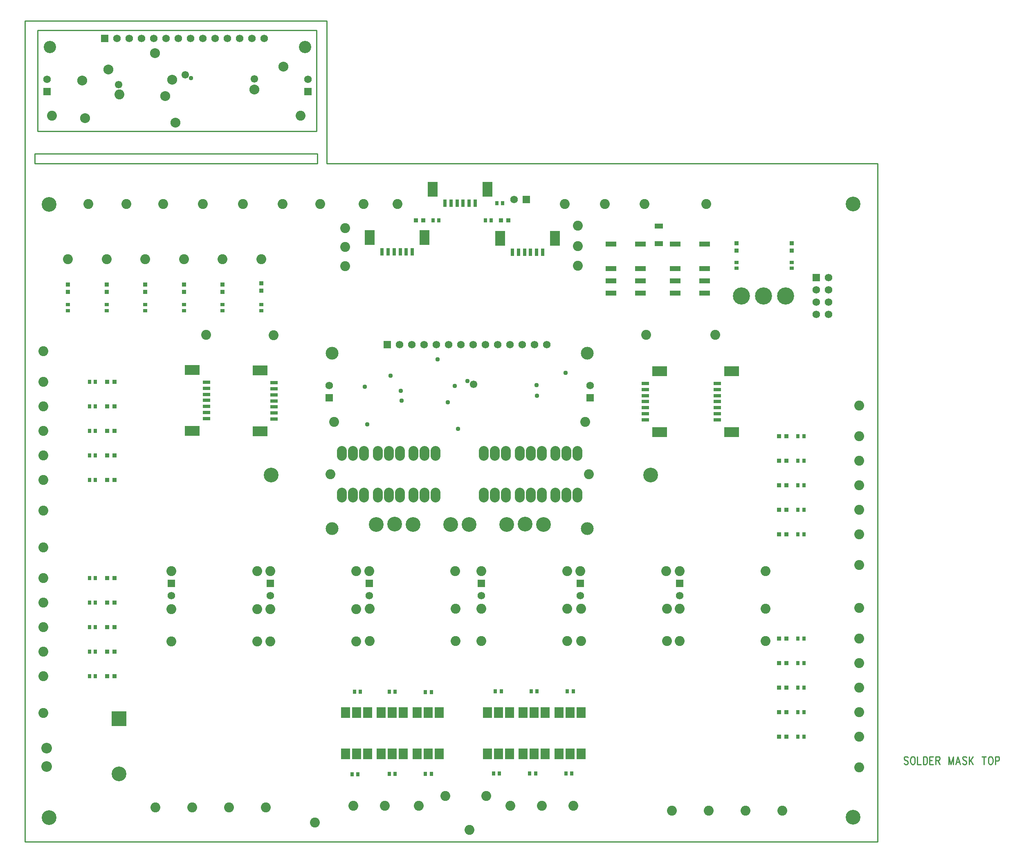
<source format=gbr>
*
*
G04 PADS9.1 Build Number: 392894 generated Gerber (RS-274-X) file*
G04 PC Version=2.1*
*
%IN "2FOC_AdC.pcb"*%
*
%MOMM*%
*
%FSLAX35Y35*%
*
*
*
*
G04 PC Standard Apertures*
*
*
G04 Thermal Relief Aperture macro.*
%AMTER*
1,1,$1,0,0*
1,0,$1-$2,0,0*
21,0,$3,$4,0,0,45*
21,0,$3,$4,0,0,135*
%
*
*
G04 Annular Aperture macro.*
%AMANN*
1,1,$1,0,0*
1,0,$2,0,0*
%
*
*
G04 Odd Aperture macro.*
%AMODD*
1,1,$1,0,0*
1,0,$1-0.005,0,0*
%
*
*
G04 PC Custom Aperture Macros*
*
*
*
*
*
*
G04 PC Aperture Table*
*
%ADD079C,0.0254*%
%ADD081C,2.2098*%
%ADD084C,2.6508*%
%ADD085R,0.6604X0.9398*%
%ADD086R,0.9398X0.6604*%
%ADD088C,3.5508*%
%ADD094R,0.8636X0.8636*%
%ADD097R,1.9558X2.1844*%
%ADD109R,1.6508X0.7508*%
%ADD110R,3.0508X2.1508*%
%ADD111R,0.7508X1.6508*%
%ADD112R,2.1508X3.0508*%
%ADD134C,0.254*%
%ADD177O,2.0508X3.0508*%
%ADD178O,2.0508X2.0508*%
%ADD180C,2.0508*%
%ADD181R,3.0508X3.0508*%
%ADD182C,3.0508*%
%ADD183R,1.5748X1.5748*%
%ADD184C,1.5748*%
%ADD185R,2.2508X1.0508*%
%ADD191C,0.9508*%
%ADD192C,2.5508*%
%ADD193C,1.5508*%
%ADD197R,1.7018X1.0668*%
*
*
*
*
G04 PC Circuitry*
G04 Layer Name 2FOC_AdC.pcb - circuitry*
%LPD*%
*
*
G04 PC Custom Flashes*
G04 Layer Name 2FOC_AdC.pcb - flashes*
%LPD*%
*
*
G04 PC Circuitry*
G04 Layer Name 2FOC_AdC.pcb - circuitry*
%LPD*%
*
G54D79*
G54D81*
G01X950000Y2440500D03*
Y2059500D03*
G54D84*
X6859400Y6986300D03*
X12142600D03*
X6859400Y10618500D03*
X12142600D03*
G54D85*
X1957960Y5961000D03*
X1836040D03*
X1957960Y5453000D03*
X1836040D03*
X1957960Y4945000D03*
X1836040D03*
Y4437000D03*
X1957960D03*
X1836040Y3929000D03*
X1957960D03*
Y10025000D03*
X1836040D03*
X1957960Y9517000D03*
X1836040D03*
X1957960Y9009000D03*
X1836040D03*
Y8501000D03*
X1957960D03*
X1836040Y7993000D03*
X1957960D03*
X16504540Y2674000D03*
X16626460D03*
X16504540Y3182000D03*
X16626460D03*
X16504540Y3690000D03*
X16626460D03*
Y4198000D03*
X16504540D03*
X16626460Y4706000D03*
X16504540D03*
Y6865000D03*
X16626460D03*
X16504540Y7373000D03*
X16626460D03*
X16504540Y7881000D03*
X16626460D03*
Y8389000D03*
X16504540D03*
X16626460Y8897000D03*
X16504540D03*
X10269040Y13730000D03*
X10390960D03*
X10150960Y13370000D03*
X10029040D03*
X8949040D03*
X9070960D03*
X10199040Y1920000D03*
X10320960D03*
X7269040Y1900000D03*
X7390960D03*
X8039040Y1910000D03*
X8160960D03*
X8789040D03*
X8910960D03*
X7319040Y3610000D03*
X7440960D03*
X8039040D03*
X8160960D03*
X8789040Y3600000D03*
X8910960D03*
X10949040Y1920000D03*
X11070960D03*
X11699040D03*
X11820960D03*
X10239040Y3620000D03*
X10360960D03*
X10979040D03*
X11100960D03*
X11729040D03*
X11850960D03*
G54D86*
X1389500Y11625960D03*
Y11504040D03*
X2189500Y11625960D03*
Y11504040D03*
X2989500Y11625960D03*
Y11504040D03*
X3789500Y11625960D03*
Y11504040D03*
X15232000Y12498960D03*
Y12377040D03*
X16375000Y12498960D03*
Y12377040D03*
X4589500Y11625960D03*
Y11504040D03*
X5389500Y11625960D03*
Y11504040D03*
G54D88*
X16248000Y11803000D03*
X15790800D03*
X15333600D03*
G54D94*
X16108300Y6865000D03*
X16260700D03*
X16108300Y2674000D03*
X16260700D03*
X2354200Y5961000D03*
X2201800D03*
X2354200Y10025000D03*
X2201800D03*
X16108300Y7373000D03*
X16260700D03*
X16108300Y7881000D03*
X16260700D03*
X16108300Y8389000D03*
X16260700D03*
X16108300Y8897000D03*
X16260700D03*
X1389500Y12041200D03*
Y11888800D03*
X2189500Y12041200D03*
Y11888800D03*
X2989500Y12041200D03*
Y11888800D03*
X3789500Y12041200D03*
Y11888800D03*
X4589500Y12041200D03*
Y11888800D03*
X8593800Y13370000D03*
X8746200D03*
X10506200D03*
X10353800D03*
X15232000Y12895200D03*
Y12742800D03*
X16375000Y12895200D03*
Y12742800D03*
X2354200Y9517000D03*
X2201800D03*
X2354200Y9009000D03*
X2201800D03*
X2354200Y8501000D03*
X2201800D03*
X2354200Y7993000D03*
X2201800D03*
X16108300Y3690000D03*
X16260700D03*
X16108300Y4706000D03*
X16260700D03*
X16108300Y4198000D03*
X16260700D03*
X16108300Y3182000D03*
X16260700D03*
X2354200Y4945000D03*
X2201800D03*
X2354200Y3929000D03*
X2201800D03*
X2354200Y4437000D03*
X2201800D03*
X2354200Y5453000D03*
X2201800D03*
X5389500Y12069700D03*
Y11917300D03*
G54D97*
X7135400Y2320000D03*
X7364000D03*
X7592600D03*
X10532600Y3180000D03*
X10304000D03*
X10075400D03*
X11272600D03*
X11044000D03*
X10815400D03*
X12012600D03*
X11784000D03*
X11555400D03*
X7875400Y2320000D03*
X8104000D03*
X8332600D03*
X8615400D03*
X8844000D03*
X9072600D03*
X7592600Y3180000D03*
X7364000D03*
X7135400D03*
X8332600D03*
X8104000D03*
X7875400D03*
X9072600D03*
X8844000D03*
X8615400D03*
X10075400Y2320000D03*
X10304000D03*
X10532600D03*
X10815400D03*
X11044000D03*
X11272600D03*
X11555400D03*
X11784000D03*
X12012600D03*
G54D109*
X14837000Y9242500D03*
Y9367500D03*
Y9492500D03*
Y9617500D03*
Y9742500D03*
Y9867500D03*
Y9992500D03*
X13347000Y9242500D03*
Y9367500D03*
Y9492500D03*
Y9617500D03*
Y9742500D03*
Y9867500D03*
Y9992500D03*
X5654000Y10007500D03*
Y9882500D03*
Y9757500D03*
Y9632500D03*
Y9507500D03*
Y9382500D03*
Y9257500D03*
X4254000Y10017500D03*
Y9892500D03*
Y9767500D03*
Y9642500D03*
Y9517500D03*
Y9392500D03*
Y9267500D03*
G54D110*
X15127000Y10247500D03*
Y8987500D03*
X13637000Y10247500D03*
Y8987500D03*
X5364000Y9002500D03*
Y10262500D03*
X3964000Y9012500D03*
Y10272500D03*
G54D111*
X9819000Y13728500D03*
X9694000D03*
X9569000D03*
X9444000D03*
X9319000D03*
X9194000D03*
X8518000Y12722500D03*
X8393000D03*
X8268000D03*
X8143000D03*
X8018000D03*
X7893000D03*
X11216000Y12712500D03*
X11091000D03*
X10966000D03*
X10841000D03*
X10716000D03*
X10591000D03*
G54D112*
X10074000Y14018500D03*
X8939000D03*
X8773000Y13012500D03*
X7638000D03*
X11471000Y13002500D03*
X10336000D03*
G54D134*
X18780818Y2242875D02*
X18769273Y2258750D01*
X18751955Y2266688*
X18751955D02*
X18728864D01*
X18728864D02*
X18711545Y2258750D01*
X18711545D02*
X18700000Y2242875D01*
Y2227000*
X18705773Y2211125*
X18711545Y2203188*
X18711545D02*
X18723091Y2195250D01*
X18757727Y2179375*
X18769273Y2171438*
X18769273D02*
X18775045Y2163500D01*
X18775045D02*
X18780818Y2147625D01*
Y2123813*
X18780818D02*
X18769273Y2107938D01*
X18769273D02*
X18751955Y2100000D01*
X18751955D02*
X18728864D01*
X18711545Y2107938*
X18711545D02*
X18700000Y2123813D01*
X18867409Y2266688D02*
X18855864Y2258750D01*
X18844318Y2242875*
X18838545Y2227000*
X18838545D02*
X18832773Y2203188D01*
X18832773D02*
Y2163500D01*
X18838545Y2139688*
X18838545D02*
X18844318Y2123813D01*
X18844318D02*
X18855864Y2107938D01*
X18855864D02*
X18867409Y2100000D01*
X18890500*
X18902045Y2107938*
X18902045D02*
X18913591Y2123813D01*
X18913591D02*
X18919364Y2139688D01*
X18919364D02*
X18925136Y2163500D01*
Y2203188*
X18925136D02*
X18919364Y2227000D01*
X18913591Y2242875*
X18902045Y2258750*
X18902045D02*
X18890500Y2266688D01*
X18890500D02*
X18867409D01*
X18977091D02*
Y2100000D01*
X19046364*
X19098318Y2266688D02*
Y2100000D01*
Y2266688D02*
X19138727D01*
X19138727D02*
X19156045Y2258750D01*
X19156045D02*
X19167591Y2242875D01*
X19173364Y2227000*
X19179136Y2203188*
X19179136D02*
Y2163500D01*
X19173364Y2139688*
X19173364D02*
X19167591Y2123813D01*
X19167591D02*
X19156045Y2107938D01*
X19156045D02*
X19138727Y2100000D01*
X19098318*
X19231091Y2266688D02*
Y2100000D01*
Y2266688D02*
X19306136D01*
X19231091Y2187313D02*
X19277273D01*
X19231091Y2100000D02*
X19306136D01*
X19358091Y2266688D02*
Y2100000D01*
Y2266688D02*
X19410045D01*
X19410045D02*
X19427364Y2258750D01*
X19433136Y2250813*
X19433136D02*
X19438909Y2234938D01*
X19438909D02*
Y2219063D01*
X19438909D02*
X19433136Y2203188D01*
X19433136D02*
X19427364Y2195250D01*
X19410045Y2187313*
X19410045D02*
X19358091D01*
X19398500D02*
X19438909Y2100000D01*
X19623636Y2266688D02*
Y2100000D01*
Y2266688D02*
X19669818Y2100000D01*
X19716000Y2266688D02*
X19669818Y2100000D01*
X19716000Y2266688D02*
Y2100000D01*
X19814136Y2266688D02*
X19767955Y2100000D01*
X19814136Y2266688D02*
X19860318Y2100000D01*
X19785273Y2155563D02*
X19843000D01*
X19993091Y2242875D02*
X19981545Y2258750D01*
X19981545D02*
X19964227Y2266688D01*
X19964227D02*
X19941136D01*
X19941136D02*
X19923818Y2258750D01*
X19912273Y2242875*
Y2227000*
X19918045Y2211125*
X19918045D02*
X19923818Y2203188D01*
X19923818D02*
X19935364Y2195250D01*
X19970000Y2179375*
X19981545Y2171438*
X19981545D02*
X19987318Y2163500D01*
X19993091Y2147625*
Y2123813*
X19993091D02*
X19981545Y2107938D01*
X19981545D02*
X19964227Y2100000D01*
X19941136*
X19923818Y2107938*
X19923818D02*
X19912273Y2123813D01*
X20045045Y2266688D02*
Y2100000D01*
X20125864Y2266688D02*
X20045045Y2155563D01*
X20073909Y2195250D02*
X20125864Y2100000D01*
X20351000Y2266688D02*
Y2100000D01*
X20310591Y2266688D02*
X20391409D01*
X20478000D02*
X20466455Y2258750D01*
X20466455D02*
X20454909Y2242875D01*
X20449136Y2227000*
X20443364Y2203188*
X20443364D02*
Y2163500D01*
X20449136Y2139688*
X20449136D02*
X20454909Y2123813D01*
X20454909D02*
X20466455Y2107938D01*
X20466455D02*
X20478000Y2100000D01*
X20501091*
X20512636Y2107938*
X20512636D02*
X20524182Y2123813D01*
X20524182D02*
X20529955Y2139688D01*
X20529955D02*
X20535727Y2163500D01*
Y2203188*
X20535727D02*
X20529955Y2227000D01*
X20529955D02*
X20524182Y2242875D01*
X20512636Y2258750*
X20501091Y2266688*
X20501091D02*
X20478000D01*
X20587682D02*
Y2100000D01*
Y2266688D02*
X20639636D01*
X20639636D02*
X20656955Y2258750D01*
X20656955D02*
X20662727Y2250813D01*
X20662727D02*
X20668500Y2234938D01*
X20668500D02*
Y2211125D01*
X20662727Y2195250*
X20656955Y2187313*
X20656955D02*
X20639636Y2179375D01*
X20587682*
X500000Y500000D02*
X18153000D01*
Y14550000*
X6750000*
Y17500000*
X500000*
Y500000*
X760000Y17312300D02*
X6539000D01*
Y15216800*
X760000*
Y17312300*
X6550000Y14550000D02*
X700000D01*
Y14750000*
X6550000*
Y14550000*
G54D177*
X7291000Y7685000D03*
Y8545000D03*
X7519600D03*
X7062400D03*
X8031000D03*
X8259600D03*
X7802400D03*
X8771000D03*
X8999600D03*
X8542400D03*
X10231000Y7685000D03*
X7062400D03*
X10002400D03*
X10459600D03*
X10971000D03*
X10742400D03*
X11199600D03*
X11711000D03*
X11482400D03*
X11939600D03*
X10231000Y8545000D03*
X10459600D03*
X7519600Y7685000D03*
X10002400Y8545000D03*
X10971000D03*
X11199600D03*
X10742400D03*
X11711000D03*
X11939600D03*
X11482400D03*
X8031000Y7685000D03*
X7802400D03*
X8260500D03*
X8771000D03*
X8542400D03*
X8999600D03*
G54D178*
X5250000Y16083400D03*
X3407000Y15944400D03*
X5850000Y16554400D03*
X3615000Y15394400D03*
X2225000Y16494400D03*
X1685000Y16264400D03*
X3550000Y16284400D03*
X1740000Y15492000D03*
X3195000Y16834400D03*
G54D180*
X4589500Y12565000D03*
X1389500D03*
X2989500D03*
X2189500D03*
X3789500D03*
X8208500Y13708000D03*
X7508500D03*
X9700000Y750000D03*
X1808500Y13708000D03*
X6608500D03*
X14608500D03*
X6500000Y900000D03*
X9200000Y1450000D03*
X10050000D03*
X13892000Y1148000D03*
X14654000D03*
X15416000D03*
X16178000D03*
X3202000Y1216000D03*
X3964000D03*
X4726000D03*
X5488000D03*
X17772000Y6865000D03*
Y7373000D03*
Y6230000D03*
Y9532000D03*
Y7881000D03*
Y8389000D03*
Y8897000D03*
Y2674000D03*
Y2039000D03*
Y5341000D03*
Y3690000D03*
Y4706000D03*
Y4198000D03*
Y3182000D03*
X881000Y5961000D03*
Y6596000D03*
Y3167000D03*
Y4945000D03*
Y3929000D03*
Y4437000D03*
Y5453000D03*
Y10025000D03*
Y9517000D03*
Y10660000D03*
Y7358000D03*
Y9009000D03*
Y8501000D03*
Y7993000D03*
X2595500Y13708000D03*
X7300000Y1250000D03*
X10550000D03*
X7950000D03*
X11200000D03*
X8650000D03*
X11850000D03*
X12100000Y9200000D03*
X6900000D03*
X5389500Y12565000D03*
X3357500Y13708000D03*
X4183000D03*
X5834000D03*
X5008500D03*
X11676000D03*
X13327000D03*
X12501500D03*
X2452000Y15982000D03*
X6204000Y15542000D03*
X1054000D03*
X6826269Y8115105D03*
X12176269D03*
X11950000Y13260000D03*
X7130000Y13210000D03*
Y12420000D03*
Y12820000D03*
X11950000Y12430000D03*
Y12840000D03*
X14790000Y11000000D03*
X13360000D03*
X5650000Y10990000D03*
X4250000Y11000000D03*
X12010000Y4660000D03*
X13788000D03*
X9950000Y5330000D03*
X11728000D03*
X9950000Y4660000D03*
X11728000D03*
X3530000Y5320000D03*
X5308000D03*
X3530000Y4650000D03*
X5308000D03*
X5580000Y5320000D03*
X7358000D03*
X5580000Y4650000D03*
X7358000D03*
X7640000Y5330000D03*
X9418000D03*
X7640000Y4660000D03*
X9418000D03*
X14050000Y6110000D03*
X15828000D03*
X12000000D03*
X13778000D03*
X9950000D03*
X11728000D03*
X3530000D03*
X5308000D03*
X5580000D03*
X7358000D03*
X7630000D03*
X9408000D03*
X14050000Y5330000D03*
X15828000D03*
X14050000Y4660000D03*
X15828000D03*
X12010000Y5330000D03*
X13788000D03*
G54D181*
X2450000Y3050000D03*
G54D182*
X9310500Y7072400D03*
X9691500D03*
X7770000D03*
X8151000Y7080000D03*
X8532000Y7072400D03*
X10470000D03*
X10851000Y7080000D03*
X11232000Y7072400D03*
X2450000Y1907000D03*
X1000000Y13700000D03*
X17645000Y13708000D03*
Y1008000D03*
X1000000Y1000000D03*
X5600000Y8100000D03*
X13450000D03*
G54D183*
X10880000Y13800000D03*
X9950000Y5850000D03*
X12000000D03*
X14050000D03*
X3530000D03*
X16883000Y12184000D03*
X8000000Y10800000D03*
X5580000Y5850000D03*
X7630000D03*
X6354000Y16042000D03*
X954000D03*
X2154000Y17142000D03*
X6800000Y9700000D03*
X12200000D03*
G54D184*
X10626000Y13800000D03*
X9950000Y5596000D03*
X12000000D03*
X14050000D03*
X3530000D03*
X16883000Y11930000D03*
Y11676000D03*
Y11422000D03*
X17137000Y12184000D03*
Y11930000D03*
Y11676000D03*
Y11422000D03*
X8254000Y10800000D03*
X8508000D03*
X8762000D03*
X9016000D03*
X9270000D03*
X9524000D03*
X9778000D03*
X10032000D03*
X10286000D03*
X10540000D03*
X10794000D03*
X11048000D03*
X11302000D03*
X5580000Y5596000D03*
X7630000D03*
X6354000Y16296000D03*
X954000D03*
X2408000Y17142000D03*
X2662000D03*
X2916000D03*
X3170000D03*
X3424000D03*
X3678000D03*
X3932000D03*
X4186000D03*
X4440000D03*
X4694000D03*
X4948000D03*
X5202000D03*
X5456000D03*
X6800000Y9954000D03*
X12200000D03*
G54D185*
X12628500Y12882500D03*
Y12374500D03*
Y12120500D03*
Y11866500D03*
X13238100D03*
Y12120500D03*
Y12374500D03*
Y12882500D03*
X13962000D03*
Y12374500D03*
Y12120500D03*
Y11866500D03*
X14571600D03*
Y12120500D03*
Y12374500D03*
Y12882500D03*
G54D191*
X9661000Y10045000D03*
X11096000Y9741400D03*
X11091000Y9962400D03*
X9253000Y9602400D03*
X11696000Y10212400D03*
X9461000Y9052400D03*
X8071000Y10152400D03*
X7531000Y9922400D03*
X9396000Y9942400D03*
X7586000Y9150000D03*
X8298000Y9640000D03*
X9041000Y10492400D03*
X8281000Y9842400D03*
X3940328Y16319670D03*
G54D192*
X1013400Y16960500D03*
X6296600D03*
G54D193*
X3815000Y16387000D03*
X5245000Y16304400D03*
X2435000Y16184400D03*
X9786405Y9977549D03*
G54D197*
X13620000Y12887120D03*
Y13252880D03*
X0Y0D02*
M02*

</source>
